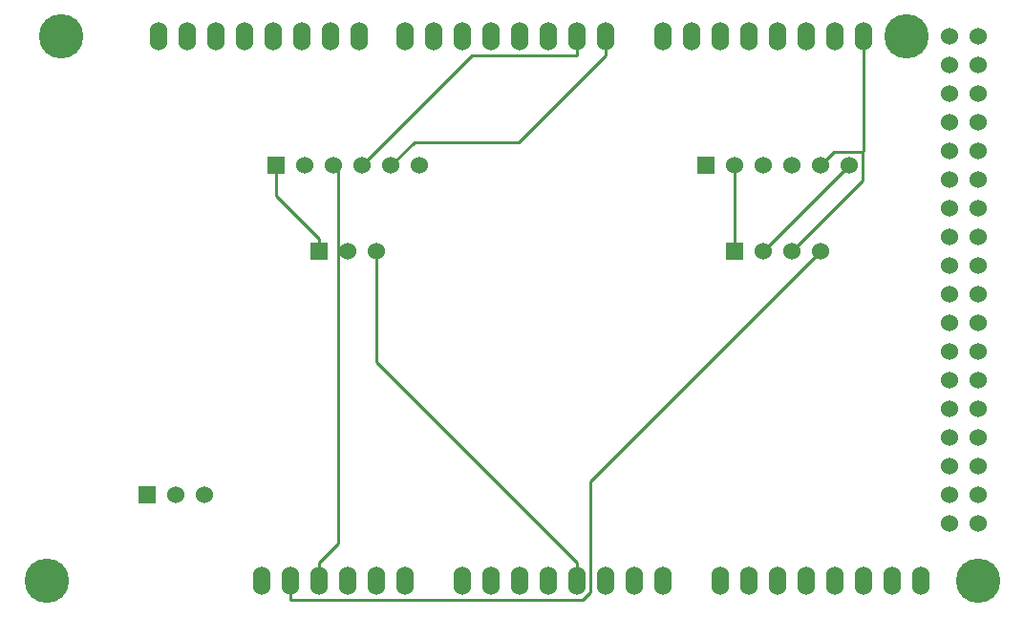
<source format=gbl>
G04 (created by PCBNEW (2013-07-07 BZR 4022)-stable) date 15/2/14 1:46:04 AM*
%MOIN*%
G04 Gerber Fmt 3.4, Leading zero omitted, Abs format*
%FSLAX34Y34*%
G01*
G70*
G90*
G04 APERTURE LIST*
%ADD10C,0.00590551*%
%ADD11R,0.06X0.06*%
%ADD12C,0.06*%
%ADD13O,0.06X0.1*%
%ADD14C,0.155*%
%ADD15C,0.01*%
G04 APERTURE END LIST*
G54D10*
G54D11*
X78500Y-48000D03*
G54D12*
X79500Y-48000D03*
X80500Y-48000D03*
X81500Y-48000D03*
G54D11*
X58000Y-56500D03*
G54D12*
X59000Y-56500D03*
X60000Y-56500D03*
G54D11*
X64000Y-48000D03*
G54D12*
X65000Y-48000D03*
X66000Y-48000D03*
G54D11*
X62500Y-45000D03*
G54D12*
X63500Y-45000D03*
X64500Y-45000D03*
X65500Y-45000D03*
X66500Y-45000D03*
X67500Y-45000D03*
G54D11*
X77500Y-45000D03*
G54D12*
X78500Y-45000D03*
X79500Y-45000D03*
X80500Y-45000D03*
X81500Y-45000D03*
X82500Y-45000D03*
G54D13*
X76000Y-40500D03*
X77000Y-40500D03*
X78000Y-40500D03*
X79000Y-40500D03*
X80000Y-40500D03*
X81000Y-40500D03*
X82000Y-40500D03*
X83000Y-40500D03*
X85000Y-59500D03*
X84000Y-59500D03*
X83000Y-59500D03*
X82000Y-59500D03*
X78000Y-59500D03*
X76000Y-59500D03*
X75000Y-59500D03*
X79000Y-59500D03*
X80000Y-59500D03*
X81000Y-59500D03*
X74000Y-59500D03*
X73000Y-59500D03*
X72000Y-59500D03*
X69000Y-59500D03*
X70000Y-59500D03*
X71000Y-59500D03*
X67000Y-59500D03*
X66000Y-59500D03*
X65000Y-59500D03*
X63000Y-59500D03*
X62000Y-59500D03*
X74000Y-40500D03*
X73000Y-40500D03*
X72000Y-40500D03*
X71000Y-40500D03*
X70000Y-40500D03*
X69000Y-40500D03*
X68000Y-40500D03*
X67000Y-40500D03*
X65400Y-40500D03*
X64400Y-40500D03*
X63400Y-40500D03*
X62400Y-40500D03*
X61400Y-40500D03*
X60400Y-40500D03*
X59400Y-40500D03*
X58400Y-40500D03*
X64000Y-59500D03*
G54D14*
X87000Y-59500D03*
X84500Y-40500D03*
X55000Y-40500D03*
X54500Y-59500D03*
G54D12*
X86000Y-41500D03*
X87000Y-41500D03*
X86000Y-42500D03*
X87000Y-42500D03*
X86000Y-43500D03*
X87000Y-43500D03*
X86000Y-44500D03*
X87000Y-44500D03*
X86000Y-40500D03*
X87000Y-40500D03*
X87000Y-45500D03*
X86000Y-45500D03*
X86000Y-46500D03*
X87000Y-46500D03*
X86000Y-47500D03*
X87000Y-47500D03*
X86000Y-48500D03*
X87000Y-48500D03*
X86000Y-49500D03*
X87000Y-49500D03*
X86000Y-50500D03*
X87000Y-50500D03*
X86000Y-51500D03*
X87000Y-51500D03*
X86000Y-52500D03*
X87000Y-52500D03*
X86000Y-53500D03*
X87000Y-53500D03*
X86000Y-54500D03*
X87000Y-54500D03*
X86000Y-55500D03*
X87000Y-55500D03*
X86000Y-56500D03*
X87000Y-56500D03*
X86000Y-57500D03*
X87000Y-57500D03*
G54D15*
X73462Y-56037D02*
X81500Y-48000D01*
X73462Y-59884D02*
X73462Y-56037D01*
X73197Y-60150D02*
X73462Y-59884D01*
X63000Y-60150D02*
X73197Y-60150D01*
X63000Y-59500D02*
X63000Y-60150D01*
X64675Y-48000D02*
X65000Y-48000D01*
X64675Y-58174D02*
X64675Y-48000D01*
X64000Y-58849D02*
X64675Y-58174D01*
X64675Y-45175D02*
X64500Y-45000D01*
X64675Y-48000D02*
X64675Y-45175D01*
X64000Y-59500D02*
X64000Y-58849D01*
X66000Y-51849D02*
X66000Y-48000D01*
X73000Y-58849D02*
X66000Y-51849D01*
X73000Y-59500D02*
X73000Y-58849D01*
X78500Y-45000D02*
X78500Y-48000D01*
X62500Y-46049D02*
X64000Y-47549D01*
X62500Y-45000D02*
X62500Y-46049D01*
X64000Y-48000D02*
X64000Y-47549D01*
X67326Y-44173D02*
X66500Y-45000D01*
X70976Y-44173D02*
X67326Y-44173D01*
X74000Y-41150D02*
X70976Y-44173D01*
X74000Y-40500D02*
X74000Y-41150D01*
X82967Y-45532D02*
X80500Y-48000D01*
X82967Y-44537D02*
X82967Y-45532D01*
X83000Y-44505D02*
X82967Y-44537D01*
X83000Y-40500D02*
X83000Y-44505D01*
X81962Y-44537D02*
X81500Y-45000D01*
X82967Y-44537D02*
X81962Y-44537D01*
X82500Y-45000D02*
X79500Y-48000D01*
X69349Y-41150D02*
X65500Y-45000D01*
X73000Y-41150D02*
X69349Y-41150D01*
X73000Y-40500D02*
X73000Y-41150D01*
M02*

</source>
